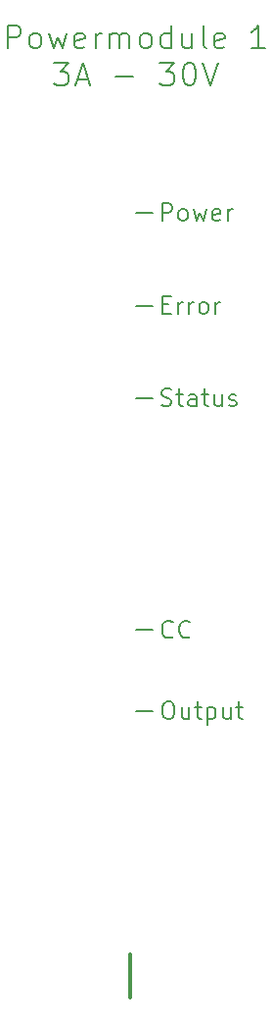
<source format=gbr>
%TF.GenerationSoftware,KiCad,Pcbnew,(5.99.0-9568-gb9d26a55f2)*%
%TF.CreationDate,2021-03-16T11:30:57+01:00*%
%TF.ProjectId,Powerboard 1 Front,506f7765-7262-46f6-9172-642031204672,rev?*%
%TF.SameCoordinates,Original*%
%TF.FileFunction,Legend,Top*%
%TF.FilePolarity,Positive*%
%FSLAX46Y46*%
G04 Gerber Fmt 4.6, Leading zero omitted, Abs format (unit mm)*
G04 Created by KiCad (PCBNEW (5.99.0-9568-gb9d26a55f2)) date 2021-03-16 11:30:57*
%MOMM*%
%LPD*%
G01*
G04 APERTURE LIST*
%ADD10C,0.150000*%
%ADD11C,0.300000*%
G04 APERTURE END LIST*
D10*
X40000000Y-38250000D02*
X41500000Y-38250000D01*
X40000000Y-74250000D02*
X41500000Y-74250000D01*
X40000000Y-81250000D02*
X41500000Y-81250000D01*
X40000000Y-54250000D02*
X41500000Y-54250000D01*
X40000000Y-46250000D02*
X41500000Y-46250000D01*
D11*
X39500000Y-106000000D02*
X39500000Y-102250000D01*
D10*
X28904761Y-24044761D02*
X28904761Y-22044761D01*
X29666666Y-22044761D01*
X29857142Y-22140000D01*
X29952380Y-22235238D01*
X30047619Y-22425714D01*
X30047619Y-22711428D01*
X29952380Y-22901904D01*
X29857142Y-22997142D01*
X29666666Y-23092380D01*
X28904761Y-23092380D01*
X31190476Y-24044761D02*
X30999999Y-23949523D01*
X30904761Y-23854285D01*
X30809523Y-23663809D01*
X30809523Y-23092380D01*
X30904761Y-22901904D01*
X30999999Y-22806666D01*
X31190476Y-22711428D01*
X31476190Y-22711428D01*
X31666666Y-22806666D01*
X31761904Y-22901904D01*
X31857142Y-23092380D01*
X31857142Y-23663809D01*
X31761904Y-23854285D01*
X31666666Y-23949523D01*
X31476190Y-24044761D01*
X31190476Y-24044761D01*
X32523809Y-22711428D02*
X32904761Y-24044761D01*
X33285714Y-23092380D01*
X33666666Y-24044761D01*
X34047619Y-22711428D01*
X35571428Y-23949523D02*
X35380952Y-24044761D01*
X35000000Y-24044761D01*
X34809523Y-23949523D01*
X34714285Y-23759047D01*
X34714285Y-22997142D01*
X34809523Y-22806666D01*
X35000000Y-22711428D01*
X35380952Y-22711428D01*
X35571428Y-22806666D01*
X35666666Y-22997142D01*
X35666666Y-23187619D01*
X34714285Y-23378095D01*
X36523809Y-24044761D02*
X36523809Y-22711428D01*
X36523809Y-23092380D02*
X36619047Y-22901904D01*
X36714285Y-22806666D01*
X36904761Y-22711428D01*
X37095238Y-22711428D01*
X37761904Y-24044761D02*
X37761904Y-22711428D01*
X37761904Y-22901904D02*
X37857142Y-22806666D01*
X38047619Y-22711428D01*
X38333333Y-22711428D01*
X38523809Y-22806666D01*
X38619047Y-22997142D01*
X38619047Y-24044761D01*
X38619047Y-22997142D02*
X38714285Y-22806666D01*
X38904761Y-22711428D01*
X39190476Y-22711428D01*
X39380952Y-22806666D01*
X39476190Y-22997142D01*
X39476190Y-24044761D01*
X40714285Y-24044761D02*
X40523809Y-23949523D01*
X40428571Y-23854285D01*
X40333333Y-23663809D01*
X40333333Y-23092380D01*
X40428571Y-22901904D01*
X40523809Y-22806666D01*
X40714285Y-22711428D01*
X40999999Y-22711428D01*
X41190476Y-22806666D01*
X41285714Y-22901904D01*
X41380952Y-23092380D01*
X41380952Y-23663809D01*
X41285714Y-23854285D01*
X41190476Y-23949523D01*
X40999999Y-24044761D01*
X40714285Y-24044761D01*
X43095238Y-24044761D02*
X43095238Y-22044761D01*
X43095238Y-23949523D02*
X42904761Y-24044761D01*
X42523809Y-24044761D01*
X42333333Y-23949523D01*
X42238095Y-23854285D01*
X42142857Y-23663809D01*
X42142857Y-23092380D01*
X42238095Y-22901904D01*
X42333333Y-22806666D01*
X42523809Y-22711428D01*
X42904761Y-22711428D01*
X43095238Y-22806666D01*
X44904761Y-22711428D02*
X44904761Y-24044761D01*
X44047619Y-22711428D02*
X44047619Y-23759047D01*
X44142857Y-23949523D01*
X44333333Y-24044761D01*
X44619047Y-24044761D01*
X44809523Y-23949523D01*
X44904761Y-23854285D01*
X46142857Y-24044761D02*
X45952380Y-23949523D01*
X45857142Y-23759047D01*
X45857142Y-22044761D01*
X47666666Y-23949523D02*
X47476190Y-24044761D01*
X47095238Y-24044761D01*
X46904761Y-23949523D01*
X46809523Y-23759047D01*
X46809523Y-22997142D01*
X46904761Y-22806666D01*
X47095238Y-22711428D01*
X47476190Y-22711428D01*
X47666666Y-22806666D01*
X47761904Y-22997142D01*
X47761904Y-23187619D01*
X46809523Y-23378095D01*
X51190476Y-24044761D02*
X50047619Y-24044761D01*
X50619047Y-24044761D02*
X50619047Y-22044761D01*
X50428571Y-22330476D01*
X50238095Y-22520952D01*
X50047619Y-22616190D01*
X32952380Y-25264761D02*
X34190476Y-25264761D01*
X33523809Y-26026666D01*
X33809523Y-26026666D01*
X34000000Y-26121904D01*
X34095238Y-26217142D01*
X34190476Y-26407619D01*
X34190476Y-26883809D01*
X34095238Y-27074285D01*
X34000000Y-27169523D01*
X33809523Y-27264761D01*
X33238095Y-27264761D01*
X33047619Y-27169523D01*
X32952380Y-27074285D01*
X34952380Y-26693333D02*
X35904761Y-26693333D01*
X34761904Y-27264761D02*
X35428571Y-25264761D01*
X36095238Y-27264761D01*
X38285714Y-26502857D02*
X39809523Y-26502857D01*
X42095238Y-25264761D02*
X43333333Y-25264761D01*
X42666666Y-26026666D01*
X42952380Y-26026666D01*
X43142857Y-26121904D01*
X43238095Y-26217142D01*
X43333333Y-26407619D01*
X43333333Y-26883809D01*
X43238095Y-27074285D01*
X43142857Y-27169523D01*
X42952380Y-27264761D01*
X42380952Y-27264761D01*
X42190476Y-27169523D01*
X42095238Y-27074285D01*
X44571428Y-25264761D02*
X44761904Y-25264761D01*
X44952380Y-25360000D01*
X45047619Y-25455238D01*
X45142857Y-25645714D01*
X45238095Y-26026666D01*
X45238095Y-26502857D01*
X45142857Y-26883809D01*
X45047619Y-27074285D01*
X44952380Y-27169523D01*
X44761904Y-27264761D01*
X44571428Y-27264761D01*
X44380952Y-27169523D01*
X44285714Y-27074285D01*
X44190476Y-26883809D01*
X44095238Y-26502857D01*
X44095238Y-26026666D01*
X44190476Y-25645714D01*
X44285714Y-25455238D01*
X44380952Y-25360000D01*
X44571428Y-25264761D01*
X45809523Y-25264761D02*
X46476190Y-27264761D01*
X47142857Y-25264761D01*
X42357142Y-46142857D02*
X42857142Y-46142857D01*
X43071428Y-46928571D02*
X42357142Y-46928571D01*
X42357142Y-45428571D01*
X43071428Y-45428571D01*
X43714285Y-46928571D02*
X43714285Y-45928571D01*
X43714285Y-46214285D02*
X43785714Y-46071428D01*
X43857142Y-46000000D01*
X44000000Y-45928571D01*
X44142857Y-45928571D01*
X44642857Y-46928571D02*
X44642857Y-45928571D01*
X44642857Y-46214285D02*
X44714285Y-46071428D01*
X44785714Y-46000000D01*
X44928571Y-45928571D01*
X45071428Y-45928571D01*
X45785714Y-46928571D02*
X45642857Y-46857142D01*
X45571428Y-46785714D01*
X45500000Y-46642857D01*
X45500000Y-46214285D01*
X45571428Y-46071428D01*
X45642857Y-46000000D01*
X45785714Y-45928571D01*
X46000000Y-45928571D01*
X46142857Y-46000000D01*
X46214285Y-46071428D01*
X46285714Y-46214285D01*
X46285714Y-46642857D01*
X46214285Y-46785714D01*
X46142857Y-46857142D01*
X46000000Y-46928571D01*
X45785714Y-46928571D01*
X46928571Y-46928571D02*
X46928571Y-45928571D01*
X46928571Y-46214285D02*
X47000000Y-46071428D01*
X47071428Y-46000000D01*
X47214285Y-45928571D01*
X47357142Y-45928571D01*
X43214285Y-74785714D02*
X43142857Y-74857142D01*
X42928571Y-74928571D01*
X42785714Y-74928571D01*
X42571428Y-74857142D01*
X42428571Y-74714285D01*
X42357142Y-74571428D01*
X42285714Y-74285714D01*
X42285714Y-74071428D01*
X42357142Y-73785714D01*
X42428571Y-73642857D01*
X42571428Y-73500000D01*
X42785714Y-73428571D01*
X42928571Y-73428571D01*
X43142857Y-73500000D01*
X43214285Y-73571428D01*
X44714285Y-74785714D02*
X44642857Y-74857142D01*
X44428571Y-74928571D01*
X44285714Y-74928571D01*
X44071428Y-74857142D01*
X43928571Y-74714285D01*
X43857142Y-74571428D01*
X43785714Y-74285714D01*
X43785714Y-74071428D01*
X43857142Y-73785714D01*
X43928571Y-73642857D01*
X44071428Y-73500000D01*
X44285714Y-73428571D01*
X44428571Y-73428571D01*
X44642857Y-73500000D01*
X44714285Y-73571428D01*
X42714285Y-80428571D02*
X43000000Y-80428571D01*
X43142857Y-80500000D01*
X43285714Y-80642857D01*
X43357142Y-80928571D01*
X43357142Y-81428571D01*
X43285714Y-81714285D01*
X43142857Y-81857142D01*
X43000000Y-81928571D01*
X42714285Y-81928571D01*
X42571428Y-81857142D01*
X42428571Y-81714285D01*
X42357142Y-81428571D01*
X42357142Y-80928571D01*
X42428571Y-80642857D01*
X42571428Y-80500000D01*
X42714285Y-80428571D01*
X44642857Y-80928571D02*
X44642857Y-81928571D01*
X44000000Y-80928571D02*
X44000000Y-81714285D01*
X44071428Y-81857142D01*
X44214285Y-81928571D01*
X44428571Y-81928571D01*
X44571428Y-81857142D01*
X44642857Y-81785714D01*
X45142857Y-80928571D02*
X45714285Y-80928571D01*
X45357142Y-80428571D02*
X45357142Y-81714285D01*
X45428571Y-81857142D01*
X45571428Y-81928571D01*
X45714285Y-81928571D01*
X46214285Y-80928571D02*
X46214285Y-82428571D01*
X46214285Y-81000000D02*
X46357142Y-80928571D01*
X46642857Y-80928571D01*
X46785714Y-81000000D01*
X46857142Y-81071428D01*
X46928571Y-81214285D01*
X46928571Y-81642857D01*
X46857142Y-81785714D01*
X46785714Y-81857142D01*
X46642857Y-81928571D01*
X46357142Y-81928571D01*
X46214285Y-81857142D01*
X48214285Y-80928571D02*
X48214285Y-81928571D01*
X47571428Y-80928571D02*
X47571428Y-81714285D01*
X47642857Y-81857142D01*
X47785714Y-81928571D01*
X48000000Y-81928571D01*
X48142857Y-81857142D01*
X48214285Y-81785714D01*
X48714285Y-80928571D02*
X49285714Y-80928571D01*
X48928571Y-80428571D02*
X48928571Y-81714285D01*
X49000000Y-81857142D01*
X49142857Y-81928571D01*
X49285714Y-81928571D01*
X42285714Y-38928571D02*
X42285714Y-37428571D01*
X42857142Y-37428571D01*
X43000000Y-37500000D01*
X43071428Y-37571428D01*
X43142857Y-37714285D01*
X43142857Y-37928571D01*
X43071428Y-38071428D01*
X43000000Y-38142857D01*
X42857142Y-38214285D01*
X42285714Y-38214285D01*
X44000000Y-38928571D02*
X43857142Y-38857142D01*
X43785714Y-38785714D01*
X43714285Y-38642857D01*
X43714285Y-38214285D01*
X43785714Y-38071428D01*
X43857142Y-38000000D01*
X44000000Y-37928571D01*
X44214285Y-37928571D01*
X44357142Y-38000000D01*
X44428571Y-38071428D01*
X44500000Y-38214285D01*
X44500000Y-38642857D01*
X44428571Y-38785714D01*
X44357142Y-38857142D01*
X44214285Y-38928571D01*
X44000000Y-38928571D01*
X45000000Y-37928571D02*
X45285714Y-38928571D01*
X45571428Y-38214285D01*
X45857142Y-38928571D01*
X46142857Y-37928571D01*
X47285714Y-38857142D02*
X47142857Y-38928571D01*
X46857142Y-38928571D01*
X46714285Y-38857142D01*
X46642857Y-38714285D01*
X46642857Y-38142857D01*
X46714285Y-38000000D01*
X46857142Y-37928571D01*
X47142857Y-37928571D01*
X47285714Y-38000000D01*
X47357142Y-38142857D01*
X47357142Y-38285714D01*
X46642857Y-38428571D01*
X48000000Y-38928571D02*
X48000000Y-37928571D01*
X48000000Y-38214285D02*
X48071428Y-38071428D01*
X48142857Y-38000000D01*
X48285714Y-37928571D01*
X48428571Y-37928571D01*
X42250000Y-54857142D02*
X42464285Y-54928571D01*
X42821428Y-54928571D01*
X42964285Y-54857142D01*
X43035714Y-54785714D01*
X43107142Y-54642857D01*
X43107142Y-54500000D01*
X43035714Y-54357142D01*
X42964285Y-54285714D01*
X42821428Y-54214285D01*
X42535714Y-54142857D01*
X42392857Y-54071428D01*
X42321428Y-54000000D01*
X42250000Y-53857142D01*
X42250000Y-53714285D01*
X42321428Y-53571428D01*
X42392857Y-53500000D01*
X42535714Y-53428571D01*
X42892857Y-53428571D01*
X43107142Y-53500000D01*
X43535714Y-53928571D02*
X44107142Y-53928571D01*
X43750000Y-53428571D02*
X43750000Y-54714285D01*
X43821428Y-54857142D01*
X43964285Y-54928571D01*
X44107142Y-54928571D01*
X45250000Y-54928571D02*
X45250000Y-54142857D01*
X45178571Y-54000000D01*
X45035714Y-53928571D01*
X44750000Y-53928571D01*
X44607142Y-54000000D01*
X45250000Y-54857142D02*
X45107142Y-54928571D01*
X44750000Y-54928571D01*
X44607142Y-54857142D01*
X44535714Y-54714285D01*
X44535714Y-54571428D01*
X44607142Y-54428571D01*
X44750000Y-54357142D01*
X45107142Y-54357142D01*
X45250000Y-54285714D01*
X45750000Y-53928571D02*
X46321428Y-53928571D01*
X45964285Y-53428571D02*
X45964285Y-54714285D01*
X46035714Y-54857142D01*
X46178571Y-54928571D01*
X46321428Y-54928571D01*
X47464285Y-53928571D02*
X47464285Y-54928571D01*
X46821428Y-53928571D02*
X46821428Y-54714285D01*
X46892857Y-54857142D01*
X47035714Y-54928571D01*
X47250000Y-54928571D01*
X47392857Y-54857142D01*
X47464285Y-54785714D01*
X48107142Y-54857142D02*
X48250000Y-54928571D01*
X48535714Y-54928571D01*
X48678571Y-54857142D01*
X48750000Y-54714285D01*
X48750000Y-54642857D01*
X48678571Y-54500000D01*
X48535714Y-54428571D01*
X48321428Y-54428571D01*
X48178571Y-54357142D01*
X48107142Y-54214285D01*
X48107142Y-54142857D01*
X48178571Y-54000000D01*
X48321428Y-53928571D01*
X48535714Y-53928571D01*
X48678571Y-54000000D01*
M02*

</source>
